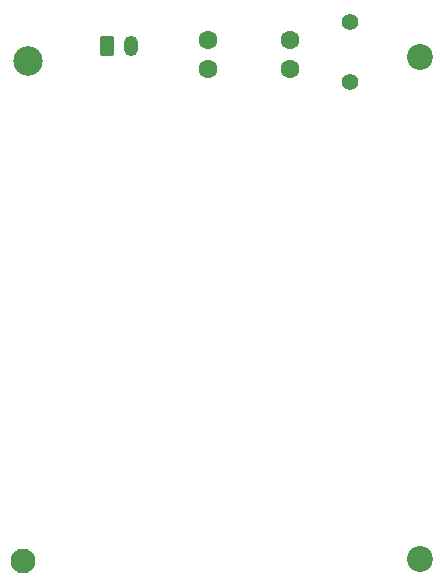
<source format=gbr>
%TF.GenerationSoftware,KiCad,Pcbnew,9.0.5*%
%TF.CreationDate,2025-12-30T15:27:47+09:00*%
%TF.ProjectId,emi-board,656d692d-626f-4617-9264-2e6b69636164,rev?*%
%TF.SameCoordinates,Original*%
%TF.FileFunction,Soldermask,Top*%
%TF.FilePolarity,Negative*%
%FSLAX46Y46*%
G04 Gerber Fmt 4.6, Leading zero omitted, Abs format (unit mm)*
G04 Created by KiCad (PCBNEW 9.0.5) date 2025-12-30 15:27:47*
%MOMM*%
%LPD*%
G01*
G04 APERTURE LIST*
G04 Aperture macros list*
%AMRoundRect*
0 Rectangle with rounded corners*
0 $1 Rounding radius*
0 $2 $3 $4 $5 $6 $7 $8 $9 X,Y pos of 4 corners*
0 Add a 4 corners polygon primitive as box body*
4,1,4,$2,$3,$4,$5,$6,$7,$8,$9,$2,$3,0*
0 Add four circle primitives for the rounded corners*
1,1,$1+$1,$2,$3*
1,1,$1+$1,$4,$5*
1,1,$1+$1,$6,$7*
1,1,$1+$1,$8,$9*
0 Add four rect primitives between the rounded corners*
20,1,$1+$1,$2,$3,$4,$5,0*
20,1,$1+$1,$4,$5,$6,$7,0*
20,1,$1+$1,$6,$7,$8,$9,0*
20,1,$1+$1,$8,$9,$2,$3,0*%
G04 Aperture macros list end*
%ADD10C,2.200000*%
%ADD11C,2.100000*%
%ADD12C,2.500000*%
%ADD13C,1.400000*%
%ADD14C,1.600000*%
%ADD15RoundRect,0.250000X-0.350000X-0.625000X0.350000X-0.625000X0.350000X0.625000X-0.350000X0.625000X0*%
%ADD16O,1.200000X1.750000*%
G04 APERTURE END LIST*
D10*
%TO.C,REF\u002A\u002A*%
X170500000Y-123500000D03*
%TD*%
%TO.C,REF\u002A\u002A*%
X170500000Y-81000000D03*
%TD*%
D11*
%TO.C,REF\u002A\u002A*%
X136850000Y-123600000D03*
%TD*%
D12*
%TO.C,REF\u002A\u002A*%
X137250000Y-81300000D03*
%TD*%
D13*
%TO.C,R1*%
X164500000Y-83080000D03*
X164500000Y-78000000D03*
%TD*%
D14*
%TO.C,C1*%
X152500000Y-82000000D03*
X152500000Y-79500000D03*
%TD*%
%TO.C,C2A1*%
X159500000Y-82000000D03*
X159500000Y-79500000D03*
%TD*%
D15*
%TO.C,J1*%
X144000000Y-80000000D03*
D16*
X146000000Y-80000000D03*
%TD*%
M02*

</source>
